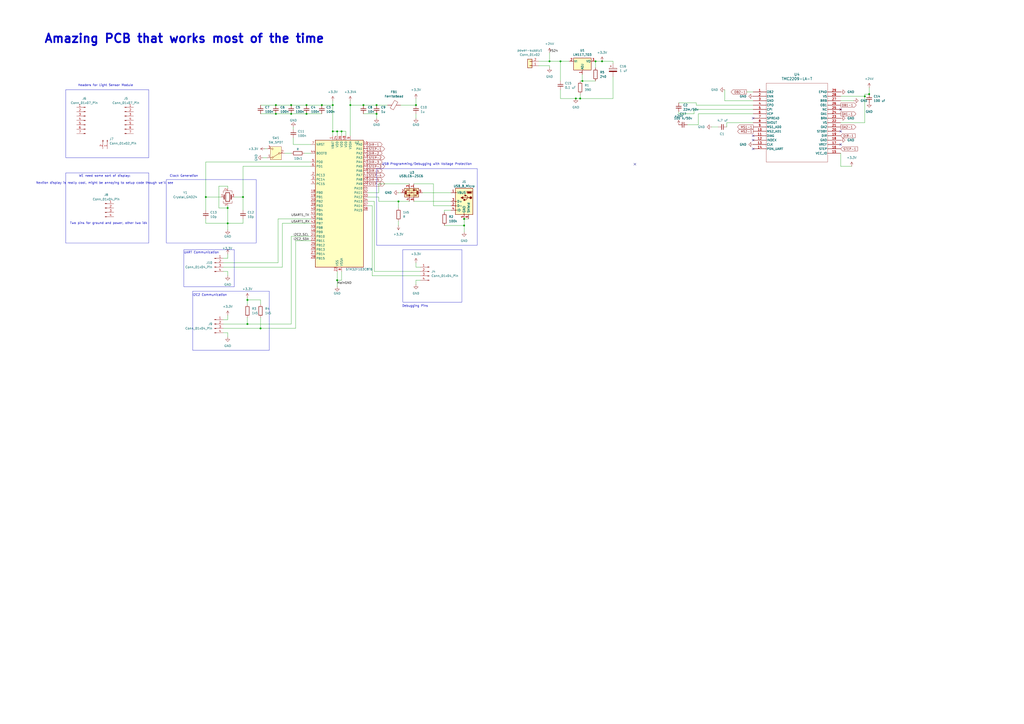
<source format=kicad_sch>
(kicad_sch (version 20231120) (generator "eeschema") (generator_version "8.0")
  (paper "A2")
  (lib_symbols
    (symbol "2024-10-20_21-17-37:TMC2209-LA-T" (pin_names (offset 0.254))
      (property "Reference" "U" (at 25.4 10.16 0))
      (property "Value" "TMC2209-LA-T" (at 25.4 7.62 0))
      (symbol "TMC2209-LA-T_0_1"
        (polyline (pts (xy 7.62 -40.64) (xy 43.18 -40.64)) (stroke (width 0.127)))
        (polyline (pts (xy 7.62 5.08) (xy 7.62 -40.64)) (stroke (width 0.127)))
        (polyline (pts (xy 43.18 -40.64) (xy 43.18 5.08)) (stroke (width 0.127)))
        (polyline (pts (xy 43.18 5.08) (xy 7.62 5.08)) (stroke (width 0.127)))
        (pin output line (at 0 0 0) (length 7.62) (name "OB2") (number "1"))
        (pin input line (at 0 -22.86 0) (length 7.62) (name "MS2_AD1") (number "10"))
        (pin output line (at 0 -25.4 0) (length 7.62) (name "DIAG") (number "11"))
        (pin output line (at 0 -27.94 0) (length 7.62) (name "INDEX") (number "12"))
        (pin input line (at 0 -30.48 0) (length 7.62) (name "CLK") (number "13"))
        (pin bidirectional line (at 0 -33.02 0) (length 7.62) (name "PDN_UART") (number "14"))
        (pin power_in line (at 50.8 -35.56 180) (length 7.62) (name "VCC_IO") (number "15"))
        (pin input line (at 50.8 -33.02 180) (length 7.62) (name "STEP") (number "16"))
        (pin input line (at 50.8 -30.48 180) (length 7.62) (name "VREF") (number "17"))
        (pin power_in line (at 50.8 -27.94 180) (length 7.62) (name "GND") (number "18"))
        (pin input line (at 50.8 -25.4 180) (length 7.62) (name "DIR") (number "19"))
        (pin input line (at 0 -2.54 0) (length 7.62) (name "ENN") (number "2"))
        (pin input line (at 50.8 -22.86 180) (length 7.62) (name "STDBY") (number "20"))
        (pin output line (at 50.8 -20.32 180) (length 7.62) (name "OA2") (number "21"))
        (pin power_in line (at 50.8 -17.78 180) (length 7.62) (name "VS") (number "22"))
        (pin unspecified line (at 50.8 -15.24 180) (length 7.62) (name "BRA") (number "23"))
        (pin output line (at 50.8 -12.7 180) (length 7.62) (name "OA1") (number "24"))
        (pin no_connect line (at 50.8 -10.16 180) (length 7.62) (name "NC") (number "25"))
        (pin output line (at 50.8 -7.62 180) (length 7.62) (name "OB1") (number "26"))
        (pin unspecified line (at 50.8 -5.08 180) (length 7.62) (name "BRB") (number "27"))
        (pin power_in line (at 50.8 -2.54 180) (length 7.62) (name "VS") (number "28"))
        (pin unspecified line (at 50.8 0 180) (length 7.62) (name "EPAD") (number "29"))
        (pin power_in line (at 0 -5.08 0) (length 7.62) (name "GND") (number "3"))
        (pin output line (at 0 -7.62 0) (length 7.62) (name "CPO") (number "4"))
        (pin input line (at 0 -10.16 0) (length 7.62) (name "CPI") (number "5"))
        (pin power_in line (at 0 -12.7 0) (length 7.62) (name "VCP") (number "6"))
        (pin input line (at 0 -15.24 0) (length 7.62) (name "SPREAD") (number "7"))
        (pin output line (at 0 -17.78 0) (length 7.62) (name "5VOUT") (number "8"))
        (pin input line (at 0 -20.32 0) (length 7.62) (name "MS1_AD0") (number "9"))
      )
    )
    (symbol "Connector:Conn_01x02_Pin" (pin_names (offset 1.016) hide)
      (property "Reference" "J" (at 0 2.54 0))
      (property "Value" "Conn_01x02_Pin" (at 0 -5.08 0))
      (symbol "Conn_01x02_Pin_1_1"
        (polyline (pts (xy 1.27 -2.54) (xy 0.8636 -2.54)) (stroke (width 0.1524)))
        (polyline (pts (xy 1.27 0) (xy 0.8636 0)) (stroke (width 0.1524)))
        (rectangle (start 0.8636 -2.413) (end 0 -2.667) (stroke (width 0.1524)) (fill (type outline)))
        (rectangle (start 0.8636 0.127) (end 0 -0.127) (stroke (width 0.1524)) (fill (type outline)))
        (pin passive line (at 5.08 0 180) (length 3.81) (name "Pin_1") (number "1"))
        (pin passive line (at 5.08 -2.54 180) (length 3.81) (name "Pin_2") (number "2"))
      )
    )
    (symbol "Connector:Conn_01x04_Pin" (pin_names (offset 1.016) hide)
      (property "Reference" "J" (at 0 5.08 0))
      (property "Value" "Conn_01x04_Pin" (at 0 -7.62 0))
      (symbol "Conn_01x04_Pin_1_1"
        (polyline (pts (xy 1.27 -5.08) (xy 0.8636 -5.08)) (stroke (width 0.1524)))
        (polyline (pts (xy 1.27 -2.54) (xy 0.8636 -2.54)) (stroke (width 0.1524)))
        (polyline (pts (xy 1.27 0) (xy 0.8636 0)) (stroke (width 0.1524)))
        (polyline (pts (xy 1.27 2.54) (xy 0.8636 2.54)) (stroke (width 0.1524)))
        (rectangle (start 0.8636 -4.953) (end 0 -5.207) (stroke (width 0.1524)) (fill (type outline)))
        (rectangle (start 0.8636 -2.413) (end 0 -2.667) (stroke (width 0.1524)) (fill (type outline)))
        (rectangle (start 0.8636 0.127) (end 0 -0.127) (stroke (width 0.1524)) (fill (type outline)))
        (rectangle (start 0.8636 2.667) (end 0 2.413) (stroke (width 0.1524)) (fill (type outline)))
        (pin passive line (at 5.08 2.54 180) (length 3.81) (name "Pin_1") (number "1"))
        (pin passive line (at 5.08 0 180) (length 3.81) (name "Pin_2") (number "2"))
        (pin passive line (at 5.08 -2.54 180) (length 3.81) (name "Pin_3") (number "3"))
        (pin passive line (at 5.08 -5.08 180) (length 3.81) (name "Pin_4") (number "4"))
      )
    )
    (symbol "Connector:Conn_01x07_Pin" (pin_names (offset 1.016) hide)
      (property "Reference" "J" (at 0 10.16 0))
      (property "Value" "Conn_01x07_Pin" (at 0 -10.16 0))
      (symbol "Conn_01x07_Pin_1_1"
        (polyline (pts (xy 1.27 -7.62) (xy 0.8636 -7.62)) (stroke (width 0.1524)))
        (polyline (pts (xy 1.27 -5.08) (xy 0.8636 -5.08)) (stroke (width 0.1524)))
        (polyline (pts (xy 1.27 -2.54) (xy 0.8636 -2.54)) (stroke (width 0.1524)))
        (polyline (pts (xy 1.27 0) (xy 0.8636 0)) (stroke (width 0.1524)))
        (polyline (pts (xy 1.27 2.54) (xy 0.8636 2.54)) (stroke (width 0.1524)))
        (polyline (pts (xy 1.27 5.08) (xy 0.8636 5.08)) (stroke (width 0.1524)))
        (polyline (pts (xy 1.27 7.62) (xy 0.8636 7.62)) (stroke (width 0.1524)))
        (rectangle (start 0.8636 -7.493) (end 0 -7.747) (stroke (width 0.1524)) (fill (type outline)))
        (rectangle (start 0.8636 -4.953) (end 0 -5.207) (stroke (width 0.1524)) (fill (type outline)))
        (rectangle (start 0.8636 -2.413) (end 0 -2.667) (stroke (width 0.1524)) (fill (type outline)))
        (rectangle (start 0.8636 0.127) (end 0 -0.127) (stroke (width 0.1524)) (fill (type outline)))
        (rectangle (start 0.8636 2.667) (end 0 2.413) (stroke (width 0.1524)) (fill (type outline)))
        (rectangle (start 0.8636 5.207) (end 0 4.953) (stroke (width 0.1524)) (fill (type outline)))
        (rectangle (start 0.8636 7.747) (end 0 7.493) (stroke (width 0.1524)) (fill (type outline)))
        (pin passive line (at 5.08 7.62 180) (length 3.81) (name "Pin_1") (number "1"))
        (pin passive line (at 5.08 5.08 180) (length 3.81) (name "Pin_2") (number "2"))
        (pin passive line (at 5.08 2.54 180) (length 3.81) (name "Pin_3") (number "3"))
        (pin passive line (at 5.08 0 180) (length 3.81) (name "Pin_4") (number "4"))
        (pin passive line (at 5.08 -2.54 180) (length 3.81) (name "Pin_5") (number "5"))
        (pin passive line (at 5.08 -5.08 180) (length 3.81) (name "Pin_6") (number "6"))
        (pin passive line (at 5.08 -7.62 180) (length 3.81) (name "Pin_7") (number "7"))
      )
    )
    (symbol "Connector:USB_B_Micro" (pin_names (offset 1.016))
      (property "Reference" "J" (at -5.08 11.43 0))
      (property "Value" "USB_B_Micro" (at -5.08 8.89 0))
      (symbol "USB_B_Micro_0_1"
        (rectangle (start -5.08 -7.62) (end 5.08 7.62) (stroke (width 0.254)) (fill (type background)))
        (circle (center -3.81 2.159) (radius 0.635) (stroke (width 0.254)) (fill (type outline)))
        (circle (center -0.635 3.429) (radius 0.381) (stroke (width 0.254)) (fill (type outline)))
        (rectangle (start -0.127 -7.62) (end 0.127 -6.858))
        (polyline (pts (xy -1.905 2.159) (xy 0.635 2.159)) (stroke (width 0.254)))
        (polyline (pts (xy -3.175 2.159) (xy -2.54 2.159) (xy -1.27 3.429) (xy -0.635 3.429)) (stroke (width 0.254)))
        (polyline (pts (xy -2.54 2.159) (xy -1.905 2.159) (xy -1.27 0.889) (xy 0 0.889)) (stroke (width 0.254)))
        (polyline (pts (xy 0.635 2.794) (xy 0.635 1.524) (xy 1.905 2.159) (xy 0.635 2.794)) (stroke (width 0.254)) (fill (type outline)))
        (polyline (pts (xy -4.318 5.588) (xy -1.778 5.588) (xy -2.032 4.826) (xy -4.064 4.826) (xy -4.318 5.588)) (fill (type outline)))
        (polyline (pts (xy -4.699 5.842) (xy -4.699 5.588) (xy -4.445 4.826) (xy -4.445 4.572) (xy -1.651 4.572) (xy -1.651 4.826) (xy -1.397 5.588) (xy -1.397 5.842) (xy -4.699 5.842)))
        (rectangle (start 0.254 1.27) (end -0.508 0.508) (stroke (width 0.254)) (fill (type outline)))
        (rectangle (start 5.08 -5.207) (end 4.318 -4.953))
        (rectangle (start 5.08 -2.667) (end 4.318 -2.413))
        (rectangle (start 5.08 -0.127) (end 4.318 0.127))
        (rectangle (start 5.08 4.953) (end 4.318 5.207))
      )
      (symbol "USB_B_Micro_1_1"
        (pin power_out line (at 7.62 5.08 180) (length 2.54) (name "VBUS") (number "1"))
        (pin bidirectional line (at 7.62 -2.54 180) (length 2.54) (name "D-") (number "2"))
        (pin bidirectional line (at 7.62 0 180) (length 2.54) (name "D+") (number "3"))
        (pin passive line (at 7.62 -5.08 180) (length 2.54) (name "ID") (number "4"))
        (pin power_out line (at 0 -10.16 90) (length 2.54) (name "GND") (number "5"))
        (pin passive line (at -2.54 -10.16 90) (length 2.54) (name "Shield") (number "6"))
      )
    )
    (symbol "Connector_Generic:Conn_01x02" (pin_names (offset 1.016) hide)
      (property "Reference" "J" (at 0 2.54 0))
      (property "Value" "Conn_01x02" (at 0 -5.08 0))
      (symbol "Conn_01x02_1_1"
        (rectangle (start -1.27 -2.413) (end 0 -2.667) (stroke (width 0.1524)))
        (rectangle (start -1.27 0.127) (end 0 -0.127) (stroke (width 0.1524)))
        (rectangle (start -1.27 1.27) (end 1.27 -3.81) (stroke (width 0.254)) (fill (type background)))
        (pin passive line (at -5.08 0 0) (length 3.81) (name "Pin_1") (number "1"))
        (pin passive line (at -5.08 -2.54 0) (length 3.81) (name "Pin_2") (number "2"))
      )
    )
    (symbol "Device:C_Polarized" (pin_numbers hide) (pin_names (offset 0.254))
      (property "Reference" "C" (at 0.635 2.54 0))
      (property "Value" "C_Polarized" (at 0.635 -2.54 0))
      (symbol "C_Polarized_0_1"
        (rectangle (start -2.286 0.508) (end 2.286 1.016))
        (polyline (pts (xy -1.778 2.286) (xy -0.762 2.286)))
        (polyline (pts (xy -1.27 2.794) (xy -1.27 1.778)))
        (rectangle (start 2.286 -0.508) (end -2.286 -1.016) (fill (type outline)))
      )
      (symbol "C_Polarized_1_1"
        (pin passive line (at 0 3.81 270) (length 2.794) (name "~") (number "1"))
        (pin passive line (at 0 -3.81 90) (length 2.794) (name "~") (number "2"))
      )
    )
    (symbol "Device:C_Small" (pin_numbers hide) (pin_names (offset 0.254) hide)
      (property "Reference" "C" (at 0.254 1.778 0))
      (property "Value" "C_Small" (at 0.254 -2.032 0))
      (symbol "C_Small_0_1"
        (polyline (pts (xy -1.524 -0.508) (xy 1.524 -0.508)) (stroke (width 0.3302)))
        (polyline (pts (xy -1.524 0.508) (xy 1.524 0.508)) (stroke (width 0.3048)))
      )
      (symbol "C_Small_1_1"
        (pin passive line (at 0 2.54 270) (length 2.032) (name "~") (number "1"))
        (pin passive line (at 0 -2.54 90) (length 2.032) (name "~") (number "2"))
      )
    )
    (symbol "Device:Crystal_GND24" (pin_names (offset 1.016) hide)
      (property "Reference" "Y" (at 3.175 5.08 0))
      (property "Value" "Crystal_GND24" (at 3.175 3.175 0))
      (symbol "Crystal_GND24_0_1"
        (rectangle (start -1.143 2.54) (end 1.143 -2.54) (stroke (width 0.3048)))
        (polyline (pts (xy -2.54 0) (xy -2.032 0)))
        (polyline (pts (xy -2.032 -1.27) (xy -2.032 1.27)) (stroke (width 0.508)))
        (polyline (pts (xy 0 -3.81) (xy 0 -3.556)))
        (polyline (pts (xy 0 3.556) (xy 0 3.81)))
        (polyline (pts (xy 2.032 -1.27) (xy 2.032 1.27)) (stroke (width 0.508)))
        (polyline (pts (xy 2.032 0) (xy 2.54 0)))
        (polyline (pts (xy -2.54 -2.286) (xy -2.54 -3.556) (xy 2.54 -3.556) (xy 2.54 -2.286)))
        (polyline (pts (xy -2.54 2.286) (xy -2.54 3.556) (xy 2.54 3.556) (xy 2.54 2.286)))
      )
      (symbol "Crystal_GND24_1_1"
        (pin passive line (at -3.81 0 0) (length 1.27) (name "1") (number "1"))
        (pin passive line (at 0 5.08 270) (length 1.27) (name "2") (number "2"))
        (pin passive line (at 3.81 0 180) (length 1.27) (name "3") (number "3"))
        (pin passive line (at 0 -5.08 90) (length 1.27) (name "4") (number "4"))
      )
    )
    (symbol "Device:FerriteBead" (pin_numbers hide) (pin_names (offset 0))
      (property "Reference" "FB" (at -3.81 0.635 90))
      (property "Value" "FerriteBead" (at 3.81 0 90))
      (symbol "FerriteBead_0_1"
        (polyline (pts (xy 0 -1.27) (xy 0 -1.2192)))
        (polyline (pts (xy 0 1.27) (xy 0 1.2954)))
        (polyline (pts (xy -2.7686 0.4064) (xy -1.7018 2.2606) (xy 2.7686 -0.3048) (xy 1.6764 -2.159) (xy -2.7686 0.4064)))
      )
      (symbol "FerriteBead_1_1"
        (pin passive line (at 0 3.81 270) (length 2.54) (name "~") (number "1"))
        (pin passive line (at 0 -3.81 90) (length 2.54) (name "~") (number "2"))
      )
    )
    (symbol "Device:R" (pin_numbers hide) (pin_names (offset 0))
      (property "Reference" "R" (at 2.032 0 90))
      (property "Value" "R" (at 0 0 90))
      (symbol "R_0_1"
        (rectangle (start -1.016 -2.54) (end 1.016 2.54) (stroke (width 0.254)))
      )
      (symbol "R_1_1"
        (pin passive line (at 0 3.81 270) (length 1.27) (name "~") (number "1"))
        (pin passive line (at 0 -3.81 90) (length 1.27) (name "~") (number "2"))
      )
    )
    (symbol "MCU_ST_STM32F1:STM32F103C8Tx"
      (property "Reference" "U" (at -12.7 39.37 0))
      (property "Value" "STM32F103C8Tx" (at 10.16 39.37 0))
      (symbol "STM32F103C8Tx_0_1"
        (rectangle (start -12.7 -35.56) (end 15.24 38.1) (stroke (width 0.254)) (fill (type background)))
      )
      (symbol "STM32F103C8Tx_1_1"
        (pin power_in line (at -2.54 40.64 270) (length 2.54) (name "VBAT") (number "1"))
        (pin bidirectional line (at 17.78 35.56 180) (length 2.54) (name "PA0") (number "10"))
        (pin bidirectional line (at 17.78 33.02 180) (length 2.54) (name "PA1") (number "11"))
        (pin bidirectional line (at 17.78 30.48 180) (length 2.54) (name "PA2") (number "12"))
        (pin bidirectional line (at 17.78 27.94 180) (length 2.54) (name "PA3") (number "13"))
        (pin bidirectional line (at 17.78 25.4 180) (length 2.54) (name "PA4") (number "14"))
        (pin bidirectional line (at 17.78 22.86 180) (length 2.54) (name "PA5") (number "15"))
        (pin bidirectional line (at 17.78 20.32 180) (length 2.54) (name "PA6") (number "16"))
        (pin bidirectional line (at 17.78 17.78 180) (length 2.54) (name "PA7") (number "17"))
        (pin bidirectional line (at -15.24 7.62 0) (length 2.54) (name "PB0") (number "18"))
        (pin bidirectional line (at -15.24 5.08 0) (length 2.54) (name "PB1") (number "19"))
        (pin bidirectional line (at -15.24 17.78 0) (length 2.54) (name "PC13") (number "2"))
        (pin bidirectional line (at -15.24 2.54 0) (length 2.54) (name "PB2") (number "20"))
        (pin bidirectional line (at -15.24 -17.78 0) (length 2.54) (name "PB10") (number "21"))
        (pin bidirectional line (at -15.24 -20.32 0) (length 2.54) (name "PB11") (number "22"))
        (pin power_in line (at 0 -38.1 90) (length 2.54) (name "VSS") (number "23"))
        (pin power_in line (at 0 40.64 270) (length 2.54) (name "VDD") (number "24"))
        (pin bidirectional line (at -15.24 -22.86 0) (length 2.54) (name "PB12") (number "25"))
        (pin bidirectional line (at -15.24 -25.4 0) (length 2.54) (name "PB13") (number "26"))
        (pin bidirectional line (at -15.24 -27.94 0) (length 2.54) (name "PB14") (number "27"))
        (pin bidirectional line (at -15.24 -30.48 0) (length 2.54) (name "PB15") (number "28"))
        (pin bidirectional line (at 17.78 15.24 180) (length 2.54) (name "PA8") (number "29"))
        (pin bidirectional line (at -15.24 15.24 0) (length 2.54) (name "PC14") (number "3"))
        (pin bidirectional line (at 17.78 12.7 180) (length 2.54) (name "PA9") (number "30"))
        (pin bidirectional line (at 17.78 10.16 180) (length 2.54) (name "PA10") (number "31"))
        (pin bidirectional line (at 17.78 7.62 180) (length 2.54) (name "PA11") (number "32"))
        (pin bidirectional line (at 17.78 5.08 180) (length 2.54) (name "PA12") (number "33"))
        (pin bidirectional line (at 17.78 2.54 180) (length 2.54) (name "PA13") (number "34"))
        (pin passive line (at 0 -38.1 90) (length 2.54) hide (name "VSS") (number "35"))
        (pin power_in line (at 2.54 40.64 270) (length 2.54) (name "VDD") (number "36"))
        (pin bidirectional line (at 17.78 0 180) (length 2.54) (name "PA14") (number "37"))
        (pin bidirectional line (at 17.78 -2.54 180) (length 2.54) (name "PA15") (number "38"))
        (pin bidirectional line (at -15.24 0 0) (length 2.54) (name "PB3") (number "39"))
        (pin bidirectional line (at -15.24 12.7 0) (length 2.54) (name "PC15") (number "4"))
        (pin bidirectional line (at -15.24 -2.54 0) (length 2.54) (name "PB4") (number "40"))
        (pin bidirectional line (at -15.24 -5.08 0) (length 2.54) (name "PB5") (number "41"))
        (pin bidirectional line (at -15.24 -7.62 0) (length 2.54) (name "PB6") (number "42"))
        (pin bidirectional line (at -15.24 -10.16 0) (length 2.54) (name "PB7") (number "43"))
        (pin input line (at -15.24 30.48 0) (length 2.54) (name "BOOT0") (number "44"))
        (pin bidirectional line (at -15.24 -12.7 0) (length 2.54) (name "PB8") (number "45"))
        (pin bidirectional line (at -15.24 -15.24 0) (length 2.54) (name "PB9") (number "46"))
        (pin passive line (at 0 -38.1 90) (length 2.54) hide (name "VSS") (number "47"))
        (pin power_in line (at 5.08 40.64 270) (length 2.54) (name "VDD") (number "48"))
        (pin bidirectional line (at -15.24 25.4 0) (length 2.54) (name "PD0") (number "5"))
        (pin bidirectional line (at -15.24 22.86 0) (length 2.54) (name "PD1") (number "6"))
        (pin input line (at -15.24 35.56 0) (length 2.54) (name "NRST") (number "7"))
        (pin power_in line (at 2.54 -38.1 90) (length 2.54) (name "VSSA") (number "8"))
        (pin power_in line (at 7.62 40.64 270) (length 2.54) (name "VDDA") (number "9"))
      )
    )
    (symbol "Power_Protection:USBLC6-2SC6" (pin_names hide)
      (property "Reference" "U" (at 0.635 5.715 0))
      (property "Value" "USBLC6-2SC6" (at 0.635 3.81 0))
      (symbol "USBLC6-2SC6_0_0"
        (circle (center -1.524 0) (radius 0.0001) (stroke (width 0.508)))
        (circle (center -0.508 -4.572) (radius 0.0001) (stroke (width 0.508)))
        (circle (center -0.508 2.032) (radius 0.0001) (stroke (width 0.508)))
        (circle (center 0.508 -4.572) (radius 0.0001) (stroke (width 0.508)))
        (circle (center 0.508 2.032) (radius 0.0001) (stroke (width 0.508)))
        (circle (center 1.524 -2.54) (radius 0.0001) (stroke (width 0.508)))
      )
      (symbol "USBLC6-2SC6_0_1"
        (polyline (pts (xy -2.54 -2.54) (xy 2.54 -2.54)))
        (polyline (pts (xy -2.54 0) (xy 2.54 0)))
        (polyline (pts (xy -2.032 -3.048) (xy -1.016 -3.048)))
        (polyline (pts (xy -1.016 1.524) (xy -2.032 1.524)))
        (polyline (pts (xy 1.016 -3.048) (xy 2.032 -3.048)))
        (polyline (pts (xy 1.016 1.524) (xy 2.032 1.524)))
        (polyline (pts (xy -0.508 -1.143) (xy -0.508 -0.762) (xy 0.508 -0.762)))
        (polyline (pts (xy -2.032 0.508) (xy -1.016 0.508) (xy -1.524 1.524) (xy -2.032 0.508)))
        (polyline (pts (xy -1.016 -4.064) (xy -2.032 -4.064) (xy -1.524 -3.048) (xy -1.016 -4.064)))
        (polyline (pts (xy 0.508 -1.778) (xy -0.508 -1.778) (xy 0 -0.762) (xy 0.508 -1.778)))
        (polyline (pts (xy 2.032 -4.064) (xy 1.016 -4.064) (xy 1.524 -3.048) (xy 2.032 -4.064)))
        (polyline (pts (xy 2.032 0.508) (xy 1.016 0.508) (xy 1.524 1.524) (xy 2.032 0.508)))
        (polyline (pts (xy 0 2.54) (xy -0.508 2.032) (xy 0.508 2.032) (xy 0 1.524) (xy 0 -4.064) (xy -0.508 -4.572) (xy 0.508 -4.572) (xy 0 -5.08)))
      )
      (symbol "USBLC6-2SC6_1_1"
        (rectangle (start -2.54 2.794) (end 2.54 -5.334) (stroke (width 0.254)) (fill (type background)))
        (polyline (pts (xy -0.508 2.032) (xy -1.524 2.032) (xy -1.524 -4.572) (xy -0.508 -4.572)))
        (polyline (pts (xy 0.508 -4.572) (xy 1.524 -4.572) (xy 1.524 2.032) (xy 0.508 2.032)))
        (pin passive line (at -5.08 0 0) (length 2.54) (name "I/O1") (number "1"))
        (pin passive line (at 0 -7.62 90) (length 2.54) (name "GND") (number "2"))
        (pin passive line (at -5.08 -2.54 0) (length 2.54) (name "I/O2") (number "3"))
        (pin passive line (at 5.08 -2.54 180) (length 2.54) (name "I/O2") (number "4"))
        (pin passive line (at 0 5.08 270) (length 2.54) (name "VBUS") (number "5"))
        (pin passive line (at 5.08 0 180) (length 2.54) (name "I/O1") (number "6"))
      )
    )
    (symbol "Regulator_Linear:LM117_TO3" (pin_names (offset 0.254))
      (property "Reference" "U" (at -3.81 3.175 0))
      (property "Value" "LM117_TO3" (at 0 3.175 0))
      (symbol "LM117_TO3_0_1"
        (rectangle (start -5.08 1.905) (end 5.08 -5.08) (stroke (width 0.254)) (fill (type background)))
      )
      (symbol "LM117_TO3_1_1"
        (pin input line (at 0 -7.62 90) (length 2.54) (name "ADJ") (number "1"))
        (pin power_in line (at -7.62 0 0) (length 2.54) (name "VI") (number "2"))
        (pin power_out line (at 7.62 0 180) (length 2.54) (name "VO") (number "3"))
      )
    )
    (symbol "Switch:SW_SPDT" (pin_names (offset 0) hide)
      (property "Reference" "SW" (at 0 5.08 0))
      (property "Value" "SW_SPDT" (at 0 -5.08 0))
      (symbol "SW_SPDT_0_1"
        (circle (center -2.032 0) (radius 0.4572))
        (polyline (pts (xy -1.651 0.254) (xy 1.651 2.286)))
        (circle (center 2.032 -2.54) (radius 0.4572))
        (circle (center 2.032 2.54) (radius 0.4572))
      )
      (symbol "SW_SPDT_1_1"
        (rectangle (start -3.175 3.81) (end 3.175 -3.81) (fill (type background)))
        (pin passive line (at 5.08 2.54 180) (length 2.54) (name "A") (number "1"))
        (pin passive line (at -5.08 0 0) (length 2.54) (name "B") (number "2"))
        (pin passive line (at 5.08 -2.54 180) (length 2.54) (name "C") (number "3"))
      )
    )
    (symbol "power:+24V" (power) (pin_numbers hide) (pin_names (offset 0) hide)
      (property "Value" "+24V" (at 0 3.556 0))
      (symbol "+24V_0_1"
        (polyline (pts (xy -0.762 1.27) (xy 0 2.54)))
        (polyline (pts (xy 0 0) (xy 0 2.54)))
        (polyline (pts (xy 0 2.54) (xy 0.762 1.27)))
      )
      (symbol "+24V_1_1"
        (pin power_in line (at 0 0 90) (length 0) (name "~") (number "1"))
      )
    )
    (symbol "power:+3.3V" (power) (pin_numbers hide) (pin_names (offset 0) hide)
      (property "Value" "+3.3V" (at 0 3.556 0))
      (symbol "+3.3V_0_1"
        (polyline (pts (xy -0.762 1.27) (xy 0 2.54)))
        (polyline (pts (xy 0 0) (xy 0 2.54)))
        (polyline (pts (xy 0 2.54) (xy 0.762 1.27)))
      )
      (symbol "+3.3V_1_1"
        (pin power_in line (at 0 0 90) (length 0) (name "~") (number "1"))
      )
    )
    (symbol "power:+3.3VA" (power) (pin_numbers hide) (pin_names (offset 0) hide)
      (property "Value" "+3.3VA" (at 0 3.556 0))
      (symbol "+3.3VA_0_1"
        (polyline (pts (xy -0.762 1.27) (xy 0 2.54)))
        (polyline (pts (xy 0 0) (xy 0 2.54)))
        (polyline (pts (xy 0 2.54) (xy 0.762 1.27)))
      )
      (symbol "+3.3VA_1_1"
        (pin power_in line (at 0 0 90) (length 0) (name "~") (number "1"))
      )
    )
    (symbol "power:GND" (power) (pin_numbers hide) (pin_names (offset 0) hide)
      (property "Value" "GND" (at 0 -3.81 0))
      (symbol "GND_0_1"
        (polyline (pts (xy 0 0) (xy 0 -1.27) (xy 1.27 -1.27) (xy 0 -2.54) (xy -1.27 -1.27) (xy 0 -1.27)))
      )
      (symbol "GND_1_1"
        (pin power_in line (at 0 0 270) (length 0) (name "~") (number "1"))
      )
    )
  )
  (junction (at 501.65 55.88))
  (junction (at 186.69 60.96))
  (junction (at 269.24 130.81))
  (junction (at 241.3 60.96))
  (junction (at 349.25 35.56))
  (junction (at 195.58 162.56))
  (junction (at 143.51 173.99))
  (junction (at 345.44 35.56))
  (junction (at 198.12 76.2))
  (junction (at 218.44 60.96))
  (junction (at 177.8 60.96))
  (junction (at 132.08 129.54))
  (junction (at 318.77 35.56))
  (junction (at 143.51 187.96))
  (junction (at 168.91 66.04))
  (junction (at 132.08 120.65))
  (junction (at 119.38 114.3))
  (junction (at 177.8 66.04))
  (junction (at 218.44 66.04))
  (junction (at 336.55 57.15))
  (junction (at 203.2 60.96))
  (junction (at 160.02 60.96))
  (junction (at 193.04 76.2))
  (junction (at 231.14 116.84))
  (junction (at 195.58 76.2))
  (junction (at 269.24 127))
  (junction (at 160.02 66.04))
  (junction (at 504.19 54.61))
  (junction (at 168.91 60.96))
  (junction (at 337.82 46.99))
  (junction (at 210.82 60.96))
  (junction (at 151.13 190.5))
  (junction (at 193.04 60.96))
  (junction (at 325.12 35.56))
  (junction (at 334.01 57.15))
  (junction (at 140.97 114.3))
  (no_connect (at 436.88 86.36))
  (no_connect (at 368.3 95.25))
  (no_connect (at 436.88 81.28))
  (no_connect (at 436.88 78.74))
  (no_connect (at 436.88 68.58))
  (no_connect (at 487.68 63.5))
  (no_connect (at 487.68 76.2))
  (no_connect (at 487.68 83.82))
  (wire (pts (xy 119.38 127) (xy 119.38 129.54)))
  (wire (pts (xy 312.42 35.56) (xy 318.77 35.56)))
  (wire (pts (xy 127 107.95) (xy 127 120.65)))
  (wire (pts (xy 143.51 184.15) (xy 143.51 187.96)))
  (wire (pts (xy 168.91 137.16) (xy 168.91 187.96)))
  (wire (pts (xy 232.41 60.96) (xy 241.3 60.96)))
  (wire (pts (xy 210.82 66.04) (xy 218.44 66.04)))
  (wire (pts (xy 195.58 157.48) (xy 195.58 162.56)))
  (wire (pts (xy 170.18 73.66) (xy 170.18 74.93)))
  (wire (pts (xy 119.38 114.3) (xy 128.27 114.3)))
  (wire (pts (xy 231.14 128.27) (xy 231.14 130.81)))
  (wire (pts (xy 151.13 176.53) (xy 151.13 173.99)))
  (wire (pts (xy 132.08 109.22) (xy 132.08 107.95)))
  (wire (pts (xy 243.84 154.94) (xy 241.3 154.94)))
  (wire (pts (xy 240.03 116.84) (xy 261.62 116.84)))
  (wire (pts (xy 334.01 57.15) (xy 336.55 57.15)))
  (wire (pts (xy 140.97 127) (xy 140.97 129.54)))
  (wire (pts (xy 504.19 54.61) (xy 501.65 54.61)))
  (wire (pts (xy 241.3 162.56) (xy 241.3 165.1)))
  (wire (pts (xy 140.97 129.54) (xy 132.08 129.54)))
  (wire (pts (xy 129.54 193.04) (xy 132.08 193.04)))
  (wire (pts (xy 217.17 157.48) (xy 243.84 157.48)))
  (wire (pts (xy 177.8 66.04) (xy 186.69 66.04)))
  (wire (pts (xy 171.45 139.7) (xy 180.34 139.7)))
  (wire (pts (xy 161.29 127) (xy 161.29 152.4)))
  (wire (pts (xy 251.46 119.38) (xy 261.62 119.38)))
  (wire (pts (xy 176.53 88.9) (xy 180.34 88.9)))
  (wire (pts (xy 433.07 53.34) (xy 436.88 53.34)))
  (wire (pts (xy 318.77 35.56) (xy 325.12 35.56)))
  (wire (pts (xy 501.65 54.61) (xy 501.65 55.88)))
  (wire (pts (xy 143.51 172.72) (xy 143.51 173.99)))
  (wire (pts (xy 349.25 35.56) (xy 355.6 35.56)))
  (wire (pts (xy 420.37 58.42) (xy 420.37 52.07)))
  (wire (pts (xy 119.38 93.98) (xy 119.38 114.3)))
  (wire (pts (xy 140.97 96.52) (xy 180.34 96.52)))
  (wire (pts (xy 403.86 60.96) (xy 403.86 59.69)))
  (wire (pts (xy 261.62 121.92) (xy 257.81 121.92)))
  (wire (pts (xy 160.02 60.96) (xy 168.91 60.96)))
  (wire (pts (xy 168.91 60.96) (xy 177.8 60.96)))
  (wire (pts (xy 436.88 63.5) (xy 402.59 63.5)))
  (wire (pts (xy 337.82 46.99) (xy 345.44 46.99)))
  (wire (pts (xy 337.82 46.99) (xy 336.55 46.99)))
  (wire (pts (xy 210.82 60.96) (xy 218.44 60.96)))
  (wire (pts (xy 151.13 190.5) (xy 171.45 190.5)))
  (wire (pts (xy 129.54 185.42) (xy 132.08 185.42)))
  (wire (pts (xy 318.77 38.1) (xy 318.77 39.37)))
  (wire (pts (xy 143.51 173.99) (xy 151.13 173.99)))
  (wire (pts (xy 132.08 129.54) (xy 132.08 133.35)))
  (wire (pts (xy 219.71 106.68) (xy 219.71 111.76)))
  (wire (pts (xy 198.12 78.74) (xy 198.12 76.2)))
  (wire (pts (xy 325.12 57.15) (xy 334.01 57.15)))
  (wire (pts (xy 231.14 116.84) (xy 231.14 120.65)))
  (wire (pts (xy 231.14 111.76) (xy 232.41 111.76)))
  (wire (pts (xy 325.12 35.56) (xy 325.12 46.99)))
  (wire (pts (xy 312.42 38.1) (xy 318.77 38.1)))
  (wire (pts (xy 168.91 66.04) (xy 177.8 66.04)))
  (wire (pts (xy 171.45 139.7) (xy 171.45 190.5)))
  (wire (pts (xy 195.58 76.2) (xy 198.12 76.2)))
  (wire (pts (xy 337.82 43.18) (xy 337.82 46.99)))
  (wire (pts (xy 203.2 60.96) (xy 210.82 60.96)))
  (wire (pts (xy 257.81 130.81) (xy 269.24 130.81)))
  (wire (pts (xy 269.24 130.81) (xy 269.24 134.62)))
  (wire (pts (xy 153.67 86.36) (xy 154.94 86.36)))
  (wire (pts (xy 129.54 152.4) (xy 161.29 152.4)))
  (wire (pts (xy 436.88 60.96) (xy 403.86 60.96)))
  (wire (pts (xy 140.97 114.3) (xy 140.97 96.52)))
  (wire (pts (xy 129.54 190.5) (xy 151.13 190.5)))
  (wire (pts (xy 405.13 66.04) (xy 405.13 72.39)))
  (wire (pts (xy 203.2 60.96) (xy 203.2 78.74)))
  (wire (pts (xy 165.1 88.9) (xy 168.91 88.9)))
  (wire (pts (xy 325.12 35.56) (xy 330.2 35.56)))
  (wire (pts (xy 412.75 73.66) (xy 416.56 73.66)))
  (wire (pts (xy 487.68 58.42) (xy 495.3 58.42)))
  (wire (pts (xy 345.44 35.56) (xy 345.44 39.37)))
  (wire (pts (xy 393.7 66.04) (xy 393.7 64.77)))
  (wire (pts (xy 129.54 154.94) (xy 163.83 154.94)))
  (wire (pts (xy 127 120.65) (xy 132.08 120.65)))
  (wire (pts (xy 269.24 127) (xy 271.78 127)))
  (wire (pts (xy 151.13 66.04) (xy 160.02 66.04)))
  (wire (pts (xy 241.3 66.04) (xy 241.3 68.58)))
  (wire (pts (xy 200.66 78.74) (xy 200.66 76.2)))
  (wire (pts (xy 336.55 57.15) (xy 336.55 54.61)))
  (wire (pts (xy 132.08 182.88) (xy 132.08 185.42)))
  (wire (pts (xy 355.6 44.45) (xy 355.6 57.15)))
  (wire (pts (xy 193.04 58.42) (xy 193.04 60.96)))
  (wire (pts (xy 135.89 114.3) (xy 140.97 114.3)))
  (wire (pts (xy 129.54 149.86) (xy 132.08 149.86)))
  (wire (pts (xy 325.12 52.07) (xy 325.12 57.15)))
  (wire (pts (xy 421.64 73.66) (xy 421.64 71.12)))
  (wire (pts (xy 501.65 55.88) (xy 501.65 71.12)))
  (wire (pts (xy 219.71 116.84) (xy 219.71 114.3)))
  (wire (pts (xy 487.68 88.9) (xy 487.68 96.52)))
  (wire (pts (xy 213.36 111.76) (xy 219.71 111.76)))
  (wire (pts (xy 198.12 162.56) (xy 195.58 162.56)))
  (wire (pts (xy 151.13 184.15) (xy 151.13 190.5)))
  (wire (pts (xy 251.46 106.68) (xy 251.46 119.38)))
  (wire (pts (xy 143.51 173.99) (xy 143.51 176.53)))
  (wire (pts (xy 132.08 129.54) (xy 119.38 129.54)))
  (wire (pts (xy 403.86 59.69) (xy 393.7 59.69)))
  (wire (pts (xy 143.51 187.96) (xy 168.91 187.96)))
  (wire (pts (xy 240.03 106.68) (xy 251.46 106.68)))
  (wire (pts (xy 421.64 71.12) (xy 436.88 71.12)))
  (wire (pts (xy 186.69 60.96) (xy 193.04 60.96)))
  (wire (pts (xy 257.81 121.92) (xy 257.81 123.19)))
  (wire (pts (xy 132.08 193.04) (xy 132.08 195.58)))
  (wire (pts (xy 243.84 162.56) (xy 241.3 162.56)))
  (wire (pts (xy 218.44 60.96) (xy 224.79 60.96)))
  (wire (pts (xy 215.9 119.38) (xy 215.9 160.02)))
  (wire (pts (xy 132.08 119.38) (xy 132.08 120.65)))
  (wire (pts (xy 501.65 71.12) (xy 487.68 71.12)))
  (wire (pts (xy 163.83 129.54) (xy 180.34 129.54)))
  (wire (pts (xy 219.71 114.3) (xy 213.36 114.3)))
  (wire (pts (xy 132.08 147.32) (xy 132.08 149.86)))
  (wire (pts (xy 163.83 129.54) (xy 163.83 154.94)))
  (wire (pts (xy 132.08 120.65) (xy 132.08 129.54)))
  (wire (pts (xy 180.34 93.98) (xy 119.38 93.98)))
  (wire (pts (xy 160.02 66.04) (xy 168.91 66.04)))
  (wire (pts (xy 487.68 55.88) (xy 501.65 55.88)))
  (wire (pts (xy 245.11 111.76) (xy 261.62 111.76)))
  (wire (pts (xy 193.04 76.2) (xy 193.04 78.74)))
  (wire (pts (xy 504.19 50.8) (xy 504.19 54.61)))
  (wire (pts (xy 203.2 58.42) (xy 203.2 60.96)))
  (wire (pts (xy 180.34 127) (xy 161.29 127)))
  (wire (pts (xy 218.44 66.04) (xy 218.44 68.58)))
  (wire (pts (xy 132.08 157.48) (xy 132.08 160.02)))
  (wire (pts (xy 180.34 137.16) (xy 168.91 137.16)))
  (wire (pts (xy 170.18 83.82) (xy 180.34 83.82)))
  (wire (pts (xy 436.88 58.42) (xy 420.37 58.42)))
  (wire (pts (xy 213.36 116.84) (xy 217.17 116.84)))
  (wire (pts (xy 129.54 157.48) (xy 132.08 157.48)))
  (wire (pts (xy 215.9 160.02) (xy 243.84 160.02)))
  (wire (pts (xy 129.54 187.96) (xy 143.51 187.96)))
  (wire (pts (xy 193.04 76.2) (xy 195.58 76.2)))
  (wire (pts (xy 152.4 91.44) (xy 154.94 91.44)))
  (wire (pts (xy 402.59 66.04) (xy 393.7 66.04)))
  (wire (pts (xy 195.58 162.56) (xy 195.58 166.37)))
  (wire (pts (xy 487.68 96.52) (xy 494.03 96.52)))
  (wire (pts (xy 336.55 57.15) (xy 355.6 57.15)))
  (wire (pts (xy 241.3 152.4) (xy 241.3 154.94)))
  (wire (pts (xy 198.12 162.56) (xy 198.12 157.48)))
  (wire (pts (xy 213.36 119.38) (xy 215.9 119.38)))
  (wire (pts (xy 269.24 127) (xy 269.24 130.81)))
  (wire (pts (xy 177.8 60.96) (xy 186.69 60.96)))
  (wire (pts (xy 151.13 60.96) (xy 160.02 60.96)))
  (wire (pts (xy 355.6 35.56) (xy 355.6 36.83)))
  (wire (pts (xy 345.44 35.56) (xy 349.25 35.56)))
  (wire (pts (xy 132.08 107.95) (xy 127 107.95)))
  (wire (pts (xy 198.12 76.2) (xy 200.66 76.2)))
  (wire (pts (xy 436.88 66.04) (xy 405.13 66.04)))
  (wire (pts (xy 140.97 114.3) (xy 140.97 121.92)))
  (wire (pts (xy 241.3 57.15) (xy 241.3 60.96)))
  (wire (pts (xy 195.58 76.2) (xy 195.58 78.74)))
  (wire (pts (xy 402.59 63.5) (xy 402.59 66.04)))
  (wire (pts (xy 217.17 116.84) (xy 217.17 157.48)))
  (wire (pts (xy 237.49 106.68) (xy 219.71 106.68)))
  (wire (pts (xy 318.77 35.56) (xy 318.77 30.48)))
  (wire (pts (xy 405.13 72.39) (xy 398.78 72.39)))
  (wire (pts (xy 170.18 80.01) (xy 170.18 83.82)))
  (wire (pts (xy 237.49 116.84) (xy 231.14 116.84)))
  (wire (pts (xy 119.38 114.3) (xy 119.38 121.92)))
  (wire (pts (xy 193.04 60.96) (xy 193.04 76.2)))
  (wire (pts (xy 219.71 116.84) (xy 231.14 116.84)))
  (rectangle (start 38.1 100.33) (end 86.36 140.97))
  (rectangle (start 106.68 144.78) (end 135.89 166.37))
  (rectangle (start 233.68 144.78) (end 267.97 175.26))
  (rectangle (start 96.52 104.14) (end 148.59 140.97))
  (rectangle (start 218.44 97.79) (end 276.86 142.24))
  (rectangle (start 111.76 168.91) (end 156.21 203.2))
  (rectangle (start 38.1 52.07) (end 86.36 91.44))
  (text "Two pins for ground and power, other two idk " (at 63.5 129.54 0) (effects (font (size 1.27 1.27))))
  (text "USB Programming/Debugging with Voltage Protection\n" (at 247.65 95.25 0) (effects (font (size 1.27 1.27))))
  (text "WE need some sort of display:\n\nNextion display is really cool, might be annoying to setup code though we'll see\n" (at 60.706 104.14 0) (effects (font (size 1.27 1.27))))
  (text "Headers for Light Sensor Module\n" (at 61.214 49.53 0) (effects (font (size 1.27 1.27))))
  (text "Clock Generation\n" (at 106.68 102.108 0) (effects (font (size 1.27 1.27))))
  (text "Amazing PCB that works most of the time\n" (at 25.4 25.4 0) (effects (font (size 5.0038 5.0038) (thickness 1.0008) (bold yes)) (justify left bottom)))
  (text "UART Communication" (at 116.84 146.558 0) (effects (font (size 1.27 1.27))))
  (text "I2C2 Communication\n" (at 121.666 171.196 0) (effects (font (size 1.27 1.27))))
  (text "Debugging Pins\n" (at 240.792 177.546 0) (effects (font (size 1.27 1.27))))
  (label "MainGND" (at 195.58 165.1 0))
  (label "I2C2_SCL" (at 170.18 137.16 0))
  (label "USART1_RX" (at 168.91 129.54 0))
  (label "I2C2_SDA" (at 170.18 139.7 0))
  (label "VS24" (at 318.77 30.48 0))
  (label "USART1_TX" (at 168.91 125.73 0))
  (global_label "MS1-1" (shape output) (at 436.88 73.66 180) (property "Intersheetrefs" "${INTERSHEET_REFS}" (effects (hide yes))))
  (global_label "OB1-1" (shape output) (at 487.68 60.96 0) (property "Intersheetrefs" "${INTERSHEET_REFS}" (effects (hide yes))))
  (global_label "MS2-1" (shape output) (at 436.88 76.2 180) (property "Intersheetrefs" "${INTERSHEET_REFS}" (effects (hide yes))))
  (global_label "OA1-1" (shape output) (at 487.68 66.04 0) (property "Intersheetrefs" "${INTERSHEET_REFS}" (effects (hide yes))))
  (global_label "OB2-1" (shape output) (at 433.07 53.34 180) (property "Intersheetrefs" "${INTERSHEET_REFS}" (effects (hide yes))))
  (global_label "DIR-2" (shape output) (at 213.36 88.9 0) (property "Intersheetrefs" "${INTERSHEET_REFS}" (effects (hide yes))))
  (global_label "STEP-4" (shape output) (at 213.36 101.6 0) (property "Intersheetrefs" "${INTERSHEET_REFS}" (effects (hide yes))))
  (global_label "DIR-1" (shape output) (at 213.36 83.82 0) (property "Intersheetrefs" "${INTERSHEET_REFS}" (effects (hide yes))))
  (global_label "DIR-1" (shape input) (at 487.68 78.74 0) (property "Intersheetrefs" "${INTERSHEET_REFS}" (effects (hide yes))))
  (global_label "DIR-4" (shape output) (at 213.36 99.06 0) (property "Intersheetrefs" "${INTERSHEET_REFS}" (effects (hide yes))))
  (global_label "DIR-5" (shape output) (at 213.36 104.14 0) (property "Intersheetrefs" "${INTERSHEET_REFS}" (effects (hide yes))))
  (global_label "STEP-1" (shape input) (at 487.68 86.36 0) (property "Intersheetrefs" "${INTERSHEET_REFS}" (effects (hide yes))))
  (global_label "STEP-5" (shape output) (at 213.36 106.68 0) (property "Intersheetrefs" "${INTERSHEET_REFS}" (effects (hide yes))))
  (global_label "STEP-3" (shape output) (at 213.36 96.52 0) (property "Intersheetrefs" "${INTERSHEET_REFS}" (effects (hide yes))))
  (global_label "DIR-3" (shape output) (at 213.36 93.98 0) (property "Intersheetrefs" "${INTERSHEET_REFS}" (effects (hide yes))))
  (global_label "STEP-2" (shape output) (at 213.36 91.44 0) (property "Intersheetrefs" "${INTERSHEET_REFS}" (effects (hide yes))))
  (global_label "STEP-1" (shape output) (at 213.36 86.36 0) (property "Intersheetrefs" "${INTERSHEET_REFS}" (effects (hide yes))))
  (global_label "OA2-1" (shape output) (at 487.68 73.66 0) (property "Intersheetrefs" "${INTERSHEET_REFS}" (effects (hide yes))))
  (symbol (lib_id "MCU_ST_STM32F1:STM32F103C8Tx") (at 195.58 119.38 0) (unit 1)
    (property "Reference" "U2" (at 207.01 82.55 0))
    (property "Value" "STM32F103C8T6" (at 208.28 156.21 0))
    (property "Footprint" "Package_QFP:LQFP-48_7x7mm_P0.5mm" (effects (hide yes)))
    (property "Datasheet" "http://www.st.com/st-web-ui/static/active/en/resource/technical/document/datasheet/CD00161566.pdf" (effects (hide yes)))
    (property "LCSC Part #" "C8734" (effects (hide yes)))
  )
  (symbol (lib_id "power:GND") (at 195.58 166.37 0) (unit 1)
    (property "Reference" "#PWR013" (effects (hide yes)))
    (property "Value" "GND" (at 195.58 170.18 0))
  )
  (symbol (lib_id "Connector:USB_B_Micro") (at 269.24 116.84 0) (mirror y) (unit 1)
    (property "Reference" "J1" (at 269.24 105.41 0))
    (property "Value" "USB_B_Micro" (at 269.24 107.95 0))
    (property "Footprint" "Connector_USB:USB_Micro-B_Wuerth_629105150521" (effects (hide yes)))
  )
  (symbol (lib_id "power:+3.3V") (at 241.3 152.4 0) (unit 1)
    (property "Reference" "#PWR027" (effects (hide yes)))
    (property "Value" "+3.3V" (at 241.3 147.32 0))
    (property "Description" "Power symbol creates a global label with name \"+3.3V\"" (effects (hide yes)))
  )
  (symbol (lib_id "Device:C_Small") (at 241.3 63.5 0) (unit 1)
    (property "Reference" "C10" (at 243.84 62.2362 0) (effects (justify left)))
    (property "Value" "1u" (at 243.84 64.7762 0) (effects (justify left)))
    (property "Description" "Unpolarized capacitor, small symbol" (effects (hide yes)))
  )
  (symbol (lib_id "power:+3.3V") (at 132.08 182.88 0) (mirror y) (unit 1)
    (property "Reference" "#PWR028" (effects (hide yes)))
    (property "Value" "+3.3V" (at 132.08 177.8 0))
    (property "Description" "Power symbol creates a global label with name \"+3.3V\"" (effects (hide yes)))
  )
  (symbol (lib_id "power:+24V") (at 504.19 50.8 0) (unit 1)
    (property "Reference" "#PWR09" (effects (hide yes)))
    (property "Value" "+24V" (at 504.19 45.72 0))
    (property "Description" "Power symbol creates a global label with name \"+24V\"" (effects (hide yes)))
  )
  (symbol (lib_id "2024-10-20_21-17-37:TMC2209-LA-T") (at 436.88 53.34 0) (unit 1)
    (property "Reference" "U4" (at 462.28 43.18 0) (effects (font (size 1.524 1.524))))
    (property "Value" "TMC2209-LA-T" (at 462.28 45.72 0) (effects (font (size 1.524 1.524))))
    (property "Footprint" "QFN28_5X5_3X8_EPAD_TRI" (effects (hide yes)))
    (property "Datasheet" "TMC2209-LA-T" (effects (hide yes)))
  )
  (symbol (lib_id "power:+3.3V") (at 349.25 35.56 0) (unit 1)
    (property "Reference" "#PWR015" (effects (hide yes)))
    (property "Value" "+3.3V" (at 349.25 30.48 0))
    (property "Description" "Power symbol creates a global label with name \"+3.3V\"" (effects (hide yes)))
  )
  (symbol (lib_id "Device:C_Small") (at 140.97 124.46 0) (unit 1)
    (property "Reference" "C12" (at 143.51 123.1962 0) (effects (justify left)))
    (property "Value" "10p" (at 143.51 125.7362 0) (effects (justify left)))
    (property "Description" "Unpolarized capacitor, small symbol" (effects (hide yes)))
  )
  (symbol (lib_id "power:GND") (at 269.24 134.62 0) (unit 1)
    (property "Reference" "#PWR018" (effects (hide yes)))
    (property "Value" "GND" (at 269.24 139.7 0))
    (property "Description" "Power symbol creates a global label with name \"GND\" , ground" (effects (hide yes)))
  )
  (symbol (lib_id "power:GND") (at 487.68 68.58 90) (unit 1)
    (property "Reference" "#PWR036" (effects (hide yes)))
    (property "Value" "GND" (at 491.49 68.5799 90) (effects (justify right)))
    (property "Description" "Power symbol creates a global label with name \"GND\" , ground" (effects (hide yes)))
  )
  (symbol (lib_id "Device:C_Small") (at 151.13 63.5 0) (unit 1)
    (property "Reference" "C7" (at 153.67 62.2362 0) (effects (justify left)))
    (property "Value" "100n" (at 153.67 64.7762 0) (effects (justify left)))
    (property "Description" "Unpolarized capacitor, small symbol" (effects (hide yes)))
  )
  (symbol (lib_id "power:GND") (at 241.3 165.1 0) (unit 1)
    (property "Reference" "#PWR024" (effects (hide yes)))
    (property "Value" "GND" (at 241.3 170.18 0))
    (property "Description" "Power symbol creates a global label with name \"GND\" , ground" (effects (hide yes)))
  )
  (symbol (lib_id "power:GND") (at 504.19 59.69 0) (unit 1)
    (property "Reference" "#PWR010" (effects (hide yes)))
    (property "Value" "GND" (at 504.19 64.77 0))
    (property "Description" "Power symbol creates a global label with name \"GND\" , ground" (effects (hide yes)))
  )
  (symbol (lib_id "Connector:Conn_01x04_Pin") (at 124.46 152.4 0) (unit 1)
    (property "Reference" "J10" (at 123.19 152.3999 0) (effects (justify right)))
    (property "Value" "Conn_01x04_Pin" (at 123.19 154.9399 0) (effects (justify right)))
    (property "Description" "Generic connector, single row, 01x04, script generated" (effects (hide yes)))
  )
  (symbol (lib_id "Device:C_Polarized") (at 355.6 40.64 0) (unit 1)
    (property "Reference" "C16" (at 359.41 38.4809 0) (effects (justify left)))
    (property "Value" "1 uF" (at 359.41 41.0209 0) (effects (justify left)))
    (property "Description" "Polarized capacitor" (effects (hide yes)))
  )
  (symbol (lib_id "Power_Protection:USBLC6-2SC6") (at 240.03 111.76 270) (unit 1)
    (property "Reference" "U3" (at 239.014 100.076 90))
    (property "Value" "USBLC6-2SC6" (at 238.506 102.108 90))
    (property "Footprint" "Package_TO_SOT_SMD:SOT-23-6" (effects (hide yes)))
    (property "Datasheet" "https://www.st.com/resource/en/datasheet/usblc6-2.pdf" (effects (hide yes)))
    (property "Description" "Very low capacitance ESD protection diode, 2 data-line, SOT-23-6" (effects (hide yes)))
  )
  (symbol (lib_id "Device:C_Small") (at 396.24 72.39 270) (unit 1)
    (property "Reference" "C17" (at 396.2336 66.04 90))
    (property "Value" "100 n/50v" (at 396.2336 68.58 90))
    (property "Description" "Unpolarized capacitor, small symbol" (effects (hide yes)))
  )
  (symbol (lib_id "Device:R") (at 336.55 50.8 0) (unit 1)
    (property "Reference" "R1" (at 339.09 49.5299 0) (effects (justify left)))
    (property "Value" "390" (at 339.09 52.0699 0) (effects (justify left)))
    (property "Description" "Resistor" (effects (hide yes)))
  )
  (symbol (lib_id "power:GND") (at 487.68 81.28 90) (unit 1)
    (property "Reference" "#PWR08" (effects (hide yes)))
    (property "Value" "GND" (at 491.49 81.2799 90) (effects (justify right)))
    (property "Description" "Power symbol creates a global label with name \"GND\" , ground" (effects (hide yes)))
  )
  (symbol (lib_id "Device:R") (at 257.81 127 0) (unit 1)
    (property "Reference" "R2" (at 260.35 125.7299 0) (effects (justify left)))
    (property "Value" "100k" (at 260.35 128.2699 0) (effects (justify left)))
    (property "Description" "Resistor" (effects (hide yes)))
  )
  (symbol (lib_id "power:+3.3V") (at 231.14 130.81 180) (unit 1)
    (property "Reference" "#PWR020" (effects (hide yes)))
    (property "Value" "+3.3V" (at 231.14 135.89 0))
    (property "Description" "Power symbol creates a global label with name \"+3.3V\"" (effects (hide yes)))
  )
  (symbol (lib_id "power:GND") (at 412.75 73.66 270) (unit 1)
    (property "Reference" "#PWR04" (effects (hide yes)))
    (property "Value" "GND" (at 408.94 73.6599 90) (effects (justify right)))
    (property "Description" "Power symbol creates a global label with name \"GND\" , ground" (effects (hide yes)))
  )
  (symbol (lib_id "Device:FerriteBead") (at 228.6 60.96 90) (unit 1)
    (property "Reference" "FB1" (at 228.5492 53.34 90))
    (property "Value" "FerriteBead" (at 228.5492 55.88 90))
    (property "Description" "Ferrite bead" (effects (hide yes)))
  )
  (symbol (lib_id "Device:C_Small") (at 168.91 63.5 0) (unit 1)
    (property "Reference" "C5" (at 171.45 62.2362 0) (effects (justify left)))
    (property "Value" "100n" (at 171.45 64.7762 0) (effects (justify left)))
    (property "Description" "Unpolarized capacitor, small symbol" (effects (hide yes)))
  )
  (symbol (lib_id "Device:C_Small") (at 210.82 63.5 0) (unit 1)
    (property "Reference" "C8" (at 213.36 62.2362 0) (effects (justify left)))
    (property "Value" "10n" (at 213.36 64.7762 0) (effects (justify left)))
    (property "Description" "Unpolarized capacitor, small symbol" (effects (hide yes)))
  )
  (symbol (lib_id "power:GND") (at 152.4 91.44 270) (unit 1)
    (property "Reference" "#PWR016" (effects (hide yes)))
    (property "Value" "GND" (at 148.59 91.44 0))
  )
  (symbol (lib_id "power:GND") (at 495.3 58.42 90) (unit 1)
    (property "Reference" "#PWR035" (effects (hide yes)))
    (property "Value" "GND" (at 499.11 58.4199 90) (effects (justify right)))
    (property "Description" "Power symbol creates a global label with name \"GND\" , ground" (effects (hide yes)))
  )
  (symbol (lib_id "Device:R") (at 231.14 124.46 0) (unit 1)
    (property "Reference" "1k5" (at 233.68 123.1899 0) (effects (justify left)))
    (property "Value" "R" (at 233.68 125.7299 0) (effects (justify left)))
    (property "Description" "Resistor" (effects (hide yes)))
  )
  (symbol (lib_id "power:GND") (at 436.88 55.88 270) (unit 1)
    (property "Reference" "#PWR021" (effects (hide yes)))
    (property "Value" "GND" (at 433.07 55.8799 90) (effects (justify right)))
    (property "Description" "Power symbol creates a global label with name \"GND\" , ground" (effects (hide yes)))
  )
  (symbol (lib_id "Connector:Conn_01x04_Pin") (at 60.96 120.65 0) (unit 1)
    (property "Reference" "J8" (at 61.595 113.03 0))
    (property "Value" "Conn_01x04_Pin" (at 61.595 115.57 0))
    (property "Description" "Generic connector, single row, 01x04, script generated" (effects (hide yes)))
  )
  (symbol (lib_id "Device:C_Small") (at 419.1 73.66 270) (unit 1)
    (property "Reference" "C1" (at 418.846 77.724 90))
    (property "Value" "4.7 uf" (at 419.0936 69.85 90))
    (property "Description" "Unpolarized capacitor, small symbol" (effects (hide yes)))
  )
  (symbol (lib_id "power:GND") (at 487.68 53.34 90) (unit 1)
    (property "Reference" "#PWR026" (effects (hide yes)))
    (property "Value" "GND" (at 491.49 53.3399 90) (effects (justify right)))
    (property "Description" "Power symbol creates a global label with name \"GND\" , ground" (effects (hide yes)))
  )
  (symbol (lib_id "power:GND") (at 218.44 68.58 0) (unit 1)
    (property "Reference" "#PWR05" (effects (hide yes)))
    (property "Value" "GND" (at 218.44 72.39 0))
  )
  (symbol (lib_id "Device:C_Small") (at 325.12 49.53 0) (unit 1)
    (property "Reference" "C15" (at 327.66 48.2662 0) (effects (justify left)))
    (property "Value" "0.1 uF" (at 327.66 50.8062 0) (effects (justify left)))
    (property "Description" "Unpolarized capacitor, small symbol" (effects (hide yes)))
  )
  (symbol (lib_id "Connector:Conn_01x04_Pin") (at 248.92 157.48 0) (mirror y) (unit 1)
    (property "Reference" "J4" (at 250.19 157.4799 0) (effects (justify right)))
    (property "Value" "Conn_01x04_Pin" (at 250.19 160.0199 0) (effects (justify right)))
    (property "Description" "Generic connector, single row, 01x04, script generated" (effects (hide yes)))
  )
  (symbol (lib_id "Device:C_Small") (at 119.38 124.46 0) (unit 1)
    (property "Reference" "C13" (at 121.92 123.1962 0) (effects (justify left)))
    (property "Value" "10p" (at 121.92 125.7362 0) (effects (justify left)))
    (property "Description" "Unpolarized capacitor, small symbol" (effects (hide yes)))
  )
  (symbol (lib_id "power:+3.3V") (at 241.3 57.15 0) (unit 1)
    (property "Reference" "#PWR07" (effects (hide yes)))
    (property "Value" "+3.3V" (at 241.3 52.07 0))
    (property "Description" "Power symbol creates a global label with name \"+3.3V\"" (effects (hide yes)))
  )
  (symbol (lib_id "Regulator_Linear:LM117_TO3") (at 337.82 35.56 0) (unit 1)
    (property "Reference" "U1" (at 337.82 29.21 0))
    (property "Value" "LM117_TO3" (at 337.82 31.75 0))
    (property "Footprint" "Package_TO_SOT_THT:TO-3" (effects (hide yes)))
    (property "Datasheet" "http://www.ti.com/lit/ds/symlink/lm317.pdf" (effects (hide yes)))
    (property "Description" "1,5A 35V Adjustable Linear Regulator, TO-3" (effects (hide yes)))
  )
  (symbol (lib_id "power:+3.3V") (at 143.51 172.72 0) (mirror y) (unit 1)
    (property "Reference" "#PWR032" (effects (hide yes)))
    (property "Value" "+3.3V" (at 143.51 167.64 0))
    (property "Description" "Power symbol creates a global label with name \"+3.3V\"" (effects (hide yes)))
  )
  (symbol (lib_id "Device:Crystal_GND24") (at 132.08 114.3 0) (unit 1)
    (property "Reference" "Y1" (at 107.442 111.76 0))
    (property "Value" "Crystal_GND24" (at 107.442 114.3 0))
    (property "Description" "Four pin crystal, GND on pins 2 and 4" (effects (hide yes)))
  )
  (symbol (lib_id "Connector_Generic:Conn_01x02") (at 307.34 38.1 180) (unit 1)
    (property "Reference" "power-supply1" (at 307.34 29.21 0))
    (property "Value" "Conn_01x02" (at 307.34 31.75 0))
    (property "Description" "Generic connector, single row, 01x02, script generated (kicad-library-utils/schlib/autogen/connector/)" (effects (hide yes)))
  )
  (symbol (lib_id "Device:C_Small") (at 504.19 57.15 0) (unit 1)
    (property "Reference" "C14" (at 506.73 55.8862 0) (effects (justify left)))
    (property "Value" "100 uf" (at 506.73 58.4262 0) (effects (justify left)))
    (property "Description" "Unpolarized capacitor, small symbol" (effects (hide yes)))
  )
  (symbol (lib_id "Device:C_Small") (at 218.44 63.5 0) (unit 1)
    (property "Reference" "C9" (at 220.98 62.2362 0) (effects (justify left)))
    (property "Value" "1u" (at 220.98 64.7762 0) (effects (justify left)))
    (property "Description" "Unpolarized capacitor, small symbol" (effects (hide yes)))
  )
  (symbol (lib_id "Connector:Conn_01x07_Pin") (at 72.39 69.85 0) (unit 1)
    (property "Reference" "J5" (at 73.025 57.15 0))
    (property "Value" "Conn_01x07_Pin" (at 73.025 59.69 0))
    (property "Description" "Generic connector, single row, 01x07, script generated" (effects (hide yes)))
  )
  (symbol (lib_id "power:GND") (at 334.01 57.15 0) (unit 1)
    (property "Reference" "#PWR011" (effects (hide yes)))
    (property "Value" "GND" (at 334.01 62.23 0))
    (property "Description" "Power symbol creates a global label with name \"GND\" , ground" (effects (hide yes)))
  )
  (symbol (lib_id "Device:R") (at 151.13 180.34 0) (unit 1)
    (property "Reference" "R4" (at 153.67 179.0699 0) (effects (justify left)))
    (property "Value" "1k5" (at 153.67 181.6099 0) (effects (justify left)))
    (property "Description" "Resistor" (effects (hide yes)))
  )
  (symbol (lib_id "Connector:Conn_01x07_Pin") (at 49.53 69.85 0) (mirror y) (unit 1)
    (property "Reference" "J6" (at 48.895 57.15 0))
    (property "Value" "Conn_01x07_Pin" (at 48.895 59.69 0))
    (property "Description" "Generic connector, single row, 01x07, script generated" (effects (hide yes)))
  )
  (symbol (lib_id "Device:C_Small") (at 186.69 63.5 0) (unit 1)
    (property "Reference" "C3" (at 189.23 62.2362 0) (effects (justify left)))
    (property "Value" "100n" (at 189.23 64.7762 0) (effects (justify left)))
    (property "Description" "Unpolarized capacitor, small symbol" (effects (hide yes)))
  )
  (symbol (lib_id "power:+3.3VA") (at 203.2 58.42 0) (unit 1)
    (property "Reference" "#PWR03" (effects (hide yes)))
    (property "Value" "+3.3VA" (at 203.2 53.34 0))
    (property "Description" "Power symbol creates a global label with name \"+3.3VA\"" (effects (hide yes)))
  )
  (symbol (lib_id "power:GND") (at 132.08 133.35 0) (unit 1)
    (property "Reference" "#PWR023" (effects (hide yes)))
    (property "Value" "GND" (at 132.08 137.16 0))
  )
  (symbol (lib_id "Connector:Conn_01x02_Pin") (at 62.23 81.28 270) (unit 1)
    (property "Reference" "J7" (at 63.5 80.6449 90) (effects (justify left)))
    (property "Value" "Conn_01x02_Pin" (at 63.5 83.1849 90) (effects (justify left)))
    (property "Description" "Generic connector, single row, 01x02, script generated" (effects (hide yes)))
  )
  (symbol (lib_id "Device:R") (at 172.72 88.9 90) (unit 1)
    (property "Reference" "10k1" (at 172.974 91.948 90))
    (property "Value" "R" (at 172.72 86.614 90))
    (property "Description" "Resistor" (effects (hide yes)))
  )
  (symbol (lib_id "Device:R") (at 143.51 180.34 0) (unit 1)
    (property "Reference" "R3" (at 146.05 179.0699 0) (effects (justify left)))
    (property "Value" "1k5" (at 146.05 181.6099 0) (effects (justify left)))
    (property "Description" "Resistor" (effects (hide yes)))
  )
  (symbol (lib_id "power:GND") (at 170.18 73.66 180) (unit 1)
    (property "Reference" "#PWR014" (effects (hide yes)))
    (property "Value" "GND" (at 170.18 69.85 0))
  )
  (symbol (lib_id "power:GND") (at 231.14 111.76 270) (unit 1)
    (property "Reference" "#PWR019" (effects (hide yes)))
    (property "Value" "GND" (at 227.33 111.7599 90) (effects (justify right)))
    (property "Description" "Power symbol creates a global label with name \"GND\" , ground" (effects (hide yes)))
  )
  (symbol (lib_id "Switch:SW_SPDT") (at 160.02 88.9 180) (unit 1)
    (property "Reference" "SW1" (at 160.02 80.01 0))
    (property "Value" "SW_SPDT" (at 160.02 82.55 0))
    (property "Description" "Switch, single pole double throw" (effects (hide yes)))
  )
  (symbol (lib_id "Device:C_Small") (at 170.18 77.47 0) (unit 1)
    (property "Reference" "C11" (at 172.72 76.2062 0) (effects (justify left)))
    (property "Value" "100n" (at 172.72 78.7462 0) (effects (justify left)))
    (property "Description" "Unpolarized capacitor, small symbol" (effects (hide yes)))
  )
  (symbol (lib_id "power:GND") (at 132.08 195.58 0) (mirror y) (unit 1)
    (property "Reference" "#PWR029" (effects (hide yes)))
    (property "Value" "GND" (at 132.08 200.66 0))
    (property "Description" "Power symbol creates a global label with name \"GND\" , ground" (effects (hide yes)))
  )
  (symbol (lib_id "power:+3.3V") (at 153.67 86.36 90) (unit 1)
    (property "Reference" "#PWR017" (effects (hide yes)))
    (property "Value" "+3.3V" (at 149.86 86.3599 90) (effects (justify left)))
    (property "Description" "Power symbol creates a global label with name \"+3.3V\"" (effects (hide yes)))
  )
  (symbol (lib_id "Device:C_Small") (at 393.7 62.23 0) (unit 1)
    (property "Reference" "C2" (at 396.24 60.9662 0) (effects (justify left)))
    (property "Value" "22m/50v" (at 396.24 63.5062 0) (effects (justify left)))
    (property "Description" "Unpolarized capacitor, small symbol" (effects (hide yes)))
  )
  (symbol (lib_id "power:+24V") (at 318.77 30.48 0) (unit 1)
    (property "Reference" "#PWR033" (effects (hide yes)))
    (property "Value" "+24V" (at 318.77 25.4 0))
    (property "Description" "Power symbol creates a global label with name \"+24V\"" (effects (hide yes)))
  )
  (symbol (lib_id "Device:R") (at 345.44 43.18 0) (unit 1)
    (property "Reference" "R5" (at 347.98 41.9099 0) (effects (justify left)))
    (property "Value" "240" (at 347.98 44.4499 0) (effects (justify left)))
    (property "Description" "Resistor" (effects (hide yes)))
  )
  (symbol (lib_id "power:+3.3V") (at 494.03 96.52 0) (unit 1)
    (property "Reference" "#PWR01" (effects (hide yes)))
    (property "Value" "+3.3V" (at 494.03 91.44 0))
    (property "Description" "Power symbol creates a global label with name \"+3.3V\"" (effects (hide yes)))
  )
  (symbol (lib_id "Device:C_Small") (at 160.02 63.5 0) (unit 1)
    (property "Reference" "C6" (at 162.56 62.2362 0) (effects (justify left)))
    (property "Value" "100n" (at 162.56 64.7762 0) (effects (justify left)))
    (property "Description" "Unpolarized capacitor, small symbol" (effects (hide yes)))
  )
  (symbol (lib_id "power:+24V") (at 393.7 72.39 0) (unit 1)
    (property "Reference" "#PWR022" (effects (hide yes)))
    (property "Value" "+24V" (at 393.7 67.31 0))
    (property "Description" "Power symbol creates a global label with name \"+24V\"" (effects (hide yes)))
  )
  (symbol (lib_id "Device:C_Small") (at 177.8 63.5 0) (unit 1)
    (property "Reference" "C4" (at 180.34 62.2362 0) (effects (justify left)))
    (property "Value" "100n" (at 180.34 64.7762 0) (effects (justify left)))
    (property "Description" "Unpolarized capacitor, small symbol" (effects (hide yes)))
  )
  (symbol (lib_id "power:GND") (at 436.88 83.82 270) (unit 1)
    (property "Reference" "#PWR025" (effects (hide yes)))
    (property "Value" "GND" (at 433.07 83.8199 90) (effects (justify right)))
    (property "Description" "Power symbol creates a global label with name \"GND\" , ground" (effects (hide yes)))
  )
  (symbol (lib_id "Connector:Conn_01x04_Pin") (at 124.46 187.96 0) (unit 1)
    (property "Reference" "J9" (at 123.19 187.9599 0) (effects (justify right)))
    (property "Value" "Conn_01x04_Pin" (at 123.19 190.4999 0) (effects (justify right)))
    (property "Description" "Generic connector, single row, 01x04, script generated" (effects (hide yes)))
  )
  (symbol (lib_id "power:GND") (at 132.08 160.02 0) (mirror y) (unit 1)
    (property "Reference" "#PWR031" (effects (hide yes)))
    (property "Value" "GND" (at 132.08 165.1 0))
    (property "Description" "Power symbol creates a global label with name \"GND\" , ground" (effects (hide yes)))
  )
  (symbol (lib_id "power:GND") (at 241.3 68.58 0) (unit 1)
    (property "Reference" "#PWR012" (effects (hide yes)))
    (property "Value" "GND" (at 241.3 72.39 0))
  )
  (symbol (lib_id "power:+3.3V") (at 132.08 147.32 0) (mirror y) (unit 1)
    (property "Reference" "#PWR030" (effects (hide yes)))
    (property "Value" "+3.3V" (at 131.826 144.018 0))
    (property "Description" "Power symbol creates a global label with name \"+3.3V\"" (effects (hide yes)))
  )
  (symbol (lib_id "power:GND") (at 420.37 52.07 270) (unit 1)
    (property "Reference" "#PWR06" (effects (hide yes)))
    (property "Value" "GND" (at 416.56 52.0699 90) (effects (justify right)))
    (property "Description" "Power symbol creates a global label with name \"GND\" , ground" (effects (hide yes)))
  )
  (symbol (lib_id "power:GND") (at 318.77 39.37 0) (unit 1)
    (property "Reference" "#PWR034" (effects (hide yes)))
    (property "Value" "GND" (at 318.77 44.45 0))
    (property "Description" "Power symbol creates a global label with name \"GND\" , ground" (effects (hide yes)))
  )
  (symbol (lib_id "power:+3.3V") (at 193.04 58.42 0) (unit 1)
    (property "Reference" "#PWR02" (effects (hide yes)))
    (property "Value" "+3.3V" (at 193.04 53.34 0))
    (property "Description" "Power symbol creates a global label with name \"+3.3V\"" (effects (hide yes)))
  )
)
</source>
